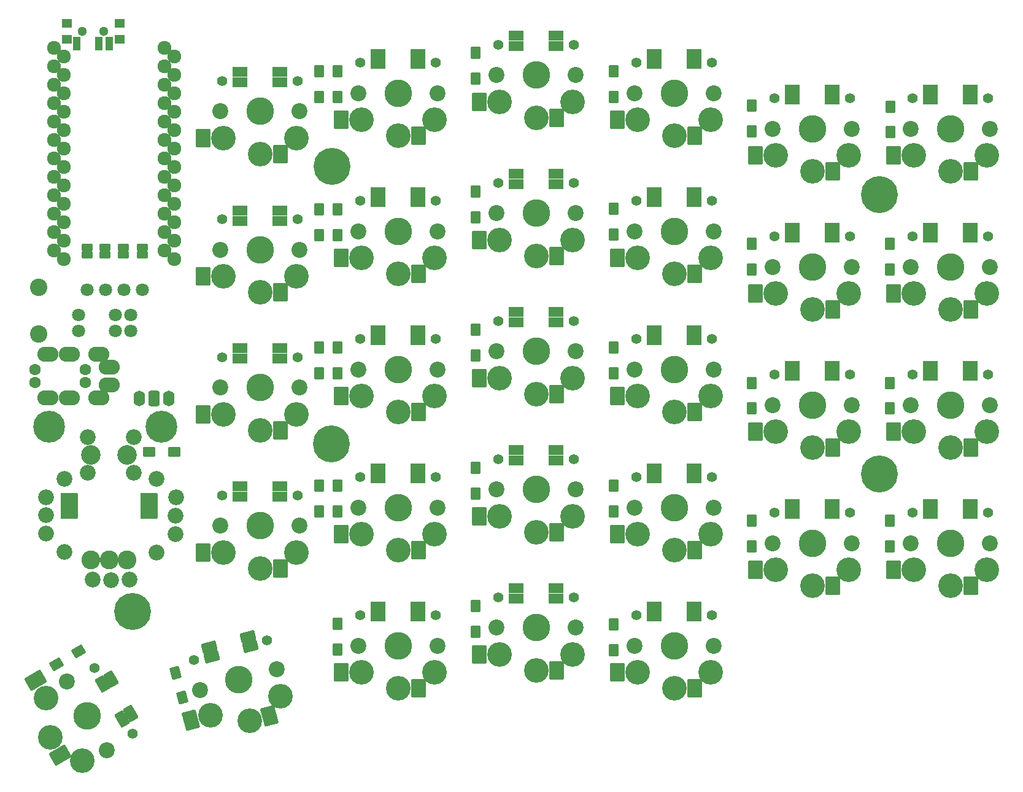
<source format=gbs>
G04 #@! TF.GenerationSoftware,KiCad,Pcbnew,8.0.6*
G04 #@! TF.CreationDate,2025-05-27T16:28:13+10:00*
G04 #@! TF.ProjectId,JofleKeyboard,4a6f666c-654b-4657-9962-6f6172642e6b,rev?*
G04 #@! TF.SameCoordinates,Original*
G04 #@! TF.FileFunction,Soldermask,Bot*
G04 #@! TF.FilePolarity,Negative*
%FSLAX46Y46*%
G04 Gerber Fmt 4.6, Leading zero omitted, Abs format (unit mm)*
G04 Created by KiCad (PCBNEW 8.0.6) date 2025-05-27 16:28:13*
%MOMM*%
%LPD*%
G01*
G04 APERTURE LIST*
G04 Aperture macros list*
%AMRoundRect*
0 Rectangle with rounded corners*
0 $1 Rounding radius*
0 $2 $3 $4 $5 $6 $7 $8 $9 X,Y pos of 4 corners*
0 Add a 4 corners polygon primitive as box body*
4,1,4,$2,$3,$4,$5,$6,$7,$8,$9,$2,$3,0*
0 Add four circle primitives for the rounded corners*
1,1,$1+$1,$2,$3*
1,1,$1+$1,$4,$5*
1,1,$1+$1,$6,$7*
1,1,$1+$1,$8,$9*
0 Add four rect primitives between the rounded corners*
20,1,$1+$1,$2,$3,$4,$5,0*
20,1,$1+$1,$4,$5,$6,$7,0*
20,1,$1+$1,$6,$7,$8,$9,0*
20,1,$1+$1,$8,$9,$2,$3,0*%
G04 Aperture macros list end*
%ADD10C,1.797000*%
%ADD11C,1.600000*%
%ADD12O,2.900000X2.100000*%
%ADD13C,5.100000*%
%ADD14C,1.924000*%
%ADD15C,2.400000*%
%ADD16RoundRect,0.200000X-0.475000X0.650000X-0.475000X-0.650000X0.475000X-0.650000X0.475000X0.650000X0*%
%ADD17RoundRect,0.200000X-0.650000X-0.475000X0.650000X-0.475000X0.650000X0.475000X-0.650000X0.475000X0*%
%ADD18RoundRect,0.200000X0.325417X0.736362X-0.800417X0.086362X-0.325417X-0.736362X0.800417X-0.086362X0*%
%ADD19C,2.200000*%
%ADD20C,1.400000*%
%ADD21C,3.400000*%
%ADD22C,3.800000*%
%ADD23RoundRect,0.200000X0.850000X0.500000X-0.850000X0.500000X-0.850000X-0.500000X0.850000X-0.500000X0*%
%ADD24RoundRect,0.200000X0.800000X1.100000X-0.800000X1.100000X-0.800000X-1.100000X0.800000X-1.100000X0*%
%ADD25RoundRect,0.200000X0.858013X-0.486122X0.008013X0.986122X-0.858013X0.486122X-0.008013X-0.986122X0*%
%ADD26RoundRect,0.200000X1.352628X-0.142820X0.552628X1.242820X-1.352628X0.142820X-0.552628X-1.242820X0*%
%ADD27C,4.400000*%
%ADD28RoundRect,0.200000X0.691627X0.702959X-0.950446X0.262967X-0.691627X-0.702959X0.950446X-0.262967X0*%
%ADD29RoundRect,0.200000X0.488040X1.269574X-1.057442X0.855463X-0.488040X-1.269574X1.057442X-0.855463X0*%
%ADD30RoundRect,0.200000X-0.627047X0.504913X-0.290582X-0.750791X0.627047X-0.504913X0.290582X0.750791X0*%
%ADD31C,1.300000*%
%ADD32C,2.600000*%
%ADD33RoundRect,0.200000X1.000000X-1.600000X1.000000X1.600000X-1.000000X1.600000X-1.000000X-1.600000X0*%
%ADD34C,2.700000*%
%ADD35C,2.178000*%
%ADD36RoundRect,0.333333X0.466667X0.741667X-0.466667X0.741667X-0.466667X-0.741667X0.466667X-0.741667X0*%
%ADD37O,1.600000X2.150000*%
%ADD38RoundRect,0.200000X0.571500X-0.317500X0.571500X0.317500X-0.571500X0.317500X-0.571500X-0.317500X0*%
%ADD39RoundRect,0.200000X-0.500000X-0.400000X0.500000X-0.400000X0.500000X0.400000X-0.500000X0.400000X0*%
%ADD40RoundRect,0.200000X-0.350000X-0.750000X0.350000X-0.750000X0.350000X0.750000X-0.350000X0.750000X0*%
G04 APERTURE END LIST*
D10*
X95499272Y-80311965D03*
X100579272Y-80311965D03*
X95499272Y-78061965D03*
X100579272Y-78061965D03*
D11*
X89500000Y-87400000D03*
X96500000Y-87400000D03*
X89500000Y-85650000D03*
X96500000Y-85650000D03*
D12*
X98300000Y-89500000D03*
X98300000Y-83550000D03*
X94300000Y-89500000D03*
X94300000Y-83550000D03*
X91300000Y-89500000D03*
X91300000Y-83550000D03*
X99800000Y-87750000D03*
X99800000Y-85300000D03*
D10*
X102700000Y-80300000D03*
X102700000Y-78100000D03*
D13*
X103000000Y-119000000D03*
D14*
X92180000Y-41230000D03*
X108718815Y-42425745D03*
X92180000Y-43770000D03*
X108718815Y-44965745D03*
X92180000Y-46310000D03*
X108718815Y-47505745D03*
X92180000Y-48850000D03*
X108718815Y-50045745D03*
X92180000Y-51390000D03*
X108718815Y-52585745D03*
X92180000Y-53930000D03*
X108718815Y-55125745D03*
X92180000Y-56470000D03*
X108718815Y-57665745D03*
X92180000Y-59010000D03*
X108718815Y-60205745D03*
X92180000Y-61550000D03*
X108718815Y-62745745D03*
X92180000Y-64090000D03*
X108718815Y-65285745D03*
X92180000Y-66630000D03*
X108718815Y-67825745D03*
X92180000Y-69170000D03*
X108718815Y-70365745D03*
X93478815Y-70365745D03*
X107420000Y-69170000D03*
X93478815Y-67825745D03*
X107420000Y-66630000D03*
X93478815Y-65285745D03*
X107420000Y-64090000D03*
X93478815Y-62745745D03*
X107420000Y-61550000D03*
X93478815Y-60205745D03*
X107420000Y-59010000D03*
X93478815Y-57665745D03*
X107420000Y-56470000D03*
X93478815Y-55125745D03*
X107420000Y-53930000D03*
X93478815Y-52585745D03*
X107420000Y-51390000D03*
X93478815Y-50045745D03*
X107420000Y-48850000D03*
X93478815Y-47505745D03*
X107420000Y-46310000D03*
X93478815Y-44965745D03*
X107420000Y-43770000D03*
X93478815Y-42425745D03*
X107420000Y-41230000D03*
D15*
X90000000Y-74250000D03*
X90000000Y-80750000D03*
D16*
X128705000Y-44452000D03*
X128705000Y-48002000D03*
X131245000Y-44455000D03*
X131245000Y-48005000D03*
X150345000Y-41955000D03*
X150345000Y-45505000D03*
X169345000Y-44455000D03*
X169345000Y-48005000D03*
X188445000Y-49225000D03*
X188445000Y-52775000D03*
X207545000Y-49355000D03*
X207545000Y-52905000D03*
X128705000Y-82555000D03*
X128705000Y-86105000D03*
X128705000Y-101655000D03*
X128705000Y-105205000D03*
D17*
X105225000Y-97000000D03*
X108775000Y-97000000D03*
D18*
X95544195Y-124463500D03*
X92469805Y-126238500D03*
D19*
X126050000Y-50000000D03*
D20*
X125770000Y-45800000D03*
D21*
X125550000Y-53700000D03*
X120550000Y-55900000D03*
D22*
X120550000Y-50000000D03*
D21*
X115550000Y-53700000D03*
D20*
X115330000Y-45800000D03*
D19*
X115050000Y-50000000D03*
D23*
X117800000Y-44601000D03*
X117800000Y-46001000D03*
X123300000Y-46001000D03*
X123300000Y-44601000D03*
D24*
X123350000Y-55900000D03*
X112750000Y-53700000D03*
D19*
X164150000Y-45000000D03*
D20*
X163870000Y-40800000D03*
D21*
X163650000Y-48700000D03*
X158650000Y-50900000D03*
D22*
X158650000Y-45000000D03*
D21*
X153650000Y-48700000D03*
D20*
X153430000Y-40800000D03*
D19*
X153150000Y-45000000D03*
D23*
X155900000Y-39601000D03*
X155900000Y-41001000D03*
X161400000Y-41001000D03*
X161400000Y-39601000D03*
D24*
X161450000Y-50900000D03*
X150850000Y-48700000D03*
D19*
X126050000Y-88100000D03*
D20*
X125770000Y-83900000D03*
D21*
X125550000Y-91800000D03*
X120550000Y-94000000D03*
D22*
X120550000Y-88100000D03*
D21*
X115550000Y-91800000D03*
D20*
X115330000Y-83900000D03*
D19*
X115050000Y-88100000D03*
D23*
X117800000Y-82701000D03*
X117800000Y-84101000D03*
X123300000Y-84101000D03*
X123300000Y-82701000D03*
D24*
X123350000Y-94000000D03*
X112750000Y-91800000D03*
D19*
X145100000Y-85600000D03*
D20*
X144820000Y-81400000D03*
D21*
X144600000Y-89300000D03*
X139600000Y-91500000D03*
D22*
X139600000Y-85600000D03*
D21*
X134600000Y-89300000D03*
D20*
X134380000Y-81400000D03*
D19*
X134100000Y-85600000D03*
D23*
X136850000Y-80201000D03*
X136850000Y-81601000D03*
X142350000Y-81601000D03*
X142350000Y-80201000D03*
D24*
X142400000Y-91500000D03*
X131800000Y-89300000D03*
D19*
X126050000Y-107150000D03*
D20*
X125770000Y-102950000D03*
D21*
X125550000Y-110850000D03*
X120550000Y-113050000D03*
D22*
X120550000Y-107150000D03*
D21*
X115550000Y-110850000D03*
D20*
X115330000Y-102950000D03*
D19*
X115050000Y-107150000D03*
D23*
X117800000Y-101751000D03*
X117800000Y-103151000D03*
X123300000Y-103151000D03*
X123300000Y-101751000D03*
D24*
X123350000Y-113050000D03*
X112750000Y-110850000D03*
D19*
X164150000Y-102150000D03*
D20*
X163870000Y-97950000D03*
D21*
X163650000Y-105850000D03*
X158650000Y-108050000D03*
D22*
X158650000Y-102150000D03*
D21*
X153650000Y-105850000D03*
D20*
X153430000Y-97950000D03*
D19*
X153150000Y-102150000D03*
D23*
X155900000Y-96751000D03*
X155900000Y-98151000D03*
X161400000Y-98151000D03*
X161400000Y-96751000D03*
D24*
X161450000Y-108050000D03*
X150850000Y-105850000D03*
D19*
X202250000Y-109550000D03*
D20*
X201970000Y-105350000D03*
D21*
X201750000Y-113250000D03*
X196750000Y-115450000D03*
D22*
X196750000Y-109550000D03*
D21*
X191750000Y-113250000D03*
D20*
X191530000Y-105350000D03*
D19*
X191250000Y-109550000D03*
D23*
X194000000Y-104151000D03*
X194000000Y-105551000D03*
X199500000Y-105551000D03*
X199500000Y-104151000D03*
D24*
X199550000Y-115450000D03*
X188950000Y-113250000D03*
D19*
X99460000Y-138163140D03*
D20*
X102957307Y-135820653D03*
D21*
X96005706Y-139580127D03*
X91600450Y-136350000D03*
D22*
X96710000Y-133400000D03*
D21*
X91005706Y-130919873D03*
D20*
X97737307Y-126779347D03*
D19*
X93960000Y-128636860D03*
D25*
X100010671Y-128318930D03*
X98798236Y-129018930D03*
X101548236Y-133782070D03*
X102760671Y-133082070D03*
D26*
X93000450Y-138774871D03*
X89605706Y-128495002D03*
D27*
X91500000Y-93500000D03*
D10*
X96700000Y-74600000D03*
X99240000Y-74600000D03*
X101780000Y-74600000D03*
X104320000Y-74600000D03*
D27*
X107000000Y-93500000D03*
D19*
X122912592Y-126976495D03*
D20*
X121555093Y-122992076D03*
D21*
X123387260Y-130679830D03*
X119127032Y-134098962D03*
D22*
X117600000Y-128400000D03*
D21*
X113728001Y-133268021D03*
D20*
X111470827Y-125694147D03*
D19*
X112287408Y-129823505D03*
D28*
X113546340Y-123896719D03*
X113908687Y-125249015D03*
X119221279Y-123825510D03*
X118858932Y-122473214D03*
D29*
X121831625Y-133374269D03*
X111023409Y-133992714D03*
D19*
X221300000Y-71450000D03*
D20*
X221020000Y-67250000D03*
D21*
X220800000Y-75150000D03*
X215800000Y-77350000D03*
D22*
X215800000Y-71450000D03*
D21*
X210800000Y-75150000D03*
D20*
X210580000Y-67250000D03*
D19*
X210300000Y-71450000D03*
D23*
X213050000Y-66051000D03*
X213050000Y-67451000D03*
X218550000Y-67451000D03*
X218550000Y-66051000D03*
D24*
X218600000Y-77350000D03*
X208000000Y-75150000D03*
D19*
X221300000Y-90500000D03*
D20*
X221020000Y-86300000D03*
D21*
X220800000Y-94200000D03*
X215800000Y-96400000D03*
D22*
X215800000Y-90500000D03*
D21*
X210800000Y-94200000D03*
D20*
X210580000Y-86300000D03*
D19*
X210300000Y-90500000D03*
D23*
X213050000Y-85101000D03*
X213050000Y-86501000D03*
X218550000Y-86501000D03*
X218550000Y-85101000D03*
D24*
X218600000Y-96400000D03*
X208000000Y-94200000D03*
D19*
X221300000Y-109550000D03*
D20*
X221020000Y-105350000D03*
D21*
X220800000Y-113250000D03*
X215800000Y-115450000D03*
D22*
X215800000Y-109550000D03*
D21*
X210800000Y-113250000D03*
D20*
X210580000Y-105350000D03*
D19*
X210300000Y-109550000D03*
D23*
X213050000Y-104151000D03*
X213050000Y-105551000D03*
X218550000Y-105551000D03*
X218550000Y-104151000D03*
D24*
X218600000Y-115450000D03*
X208000000Y-113250000D03*
D19*
X183200000Y-47500000D03*
D20*
X182920000Y-43300000D03*
D21*
X182700000Y-51200000D03*
X177700000Y-53400000D03*
D22*
X177700000Y-47500000D03*
D21*
X172700000Y-51200000D03*
D20*
X172480000Y-43300000D03*
D19*
X172200000Y-47500000D03*
D23*
X174950000Y-42101000D03*
X174950000Y-43501000D03*
X180450000Y-43501000D03*
X180450000Y-42101000D03*
D24*
X180500000Y-53400000D03*
X169900000Y-51200000D03*
D13*
X206000000Y-61500000D03*
D16*
X128705000Y-63555000D03*
X128705000Y-67105000D03*
X131245000Y-63555000D03*
X131245000Y-67105000D03*
X150345000Y-61045000D03*
X150345000Y-64595000D03*
X169345000Y-63455000D03*
X169345000Y-67005000D03*
X188445000Y-68255000D03*
X188445000Y-71805000D03*
X207445000Y-68255000D03*
X207445000Y-71805000D03*
D19*
X202250000Y-52400000D03*
D20*
X201970000Y-48200000D03*
D21*
X201750000Y-56100000D03*
X196750000Y-58300000D03*
D22*
X196750000Y-52400000D03*
D21*
X191750000Y-56100000D03*
D20*
X191530000Y-48200000D03*
D19*
X191250000Y-52400000D03*
D23*
X194000000Y-47001000D03*
X194000000Y-48401000D03*
X199500000Y-48401000D03*
X199500000Y-47001000D03*
D24*
X199550000Y-58300000D03*
X188950000Y-56100000D03*
D19*
X145100000Y-66550000D03*
D20*
X144820000Y-62350000D03*
D21*
X144600000Y-70250000D03*
X139600000Y-72450000D03*
D22*
X139600000Y-66550000D03*
D21*
X134600000Y-70250000D03*
D20*
X134380000Y-62350000D03*
D19*
X134100000Y-66550000D03*
D23*
X136850000Y-61151000D03*
X136850000Y-62551000D03*
X142350000Y-62551000D03*
X142350000Y-61151000D03*
D24*
X142400000Y-72450000D03*
X131800000Y-70250000D03*
D19*
X183200000Y-66550000D03*
D20*
X182920000Y-62350000D03*
D21*
X182700000Y-70250000D03*
X177700000Y-72450000D03*
D22*
X177700000Y-66550000D03*
D21*
X172700000Y-70250000D03*
D20*
X172480000Y-62350000D03*
D19*
X172200000Y-66550000D03*
D23*
X174950000Y-61151000D03*
X174950000Y-62551000D03*
X180450000Y-62551000D03*
X180450000Y-61151000D03*
D24*
X180500000Y-72450000D03*
X169900000Y-70250000D03*
D19*
X164150000Y-64050000D03*
D20*
X163870000Y-59850000D03*
D21*
X163650000Y-67750000D03*
X158650000Y-69950000D03*
D22*
X158650000Y-64050000D03*
D21*
X153650000Y-67750000D03*
D20*
X153430000Y-59850000D03*
D19*
X153150000Y-64050000D03*
D23*
X155900000Y-58651000D03*
X155900000Y-60051000D03*
X161400000Y-60051000D03*
X161400000Y-58651000D03*
D24*
X161450000Y-69950000D03*
X150850000Y-67750000D03*
D19*
X183200000Y-85600000D03*
D20*
X182920000Y-81400000D03*
D21*
X182700000Y-89300000D03*
X177700000Y-91500000D03*
D22*
X177700000Y-85600000D03*
D21*
X172700000Y-89300000D03*
D20*
X172480000Y-81400000D03*
D19*
X172200000Y-85600000D03*
D23*
X174950000Y-80201000D03*
X174950000Y-81601000D03*
X180450000Y-81601000D03*
X180450000Y-80201000D03*
D24*
X180500000Y-91500000D03*
X169900000Y-89300000D03*
D19*
X221300000Y-52400000D03*
D20*
X221020000Y-48200000D03*
D21*
X220800000Y-56100000D03*
X215800000Y-58300000D03*
D22*
X215800000Y-52400000D03*
D21*
X210800000Y-56100000D03*
D20*
X210580000Y-48200000D03*
D19*
X210300000Y-52400000D03*
D23*
X213050000Y-47001000D03*
X213050000Y-48401000D03*
X218550000Y-48401000D03*
X218550000Y-47001000D03*
D24*
X218600000Y-58300000D03*
X208000000Y-56100000D03*
D19*
X126050000Y-69100000D03*
D20*
X125770000Y-64900000D03*
D21*
X125550000Y-72800000D03*
X120550000Y-75000000D03*
D22*
X120550000Y-69100000D03*
D21*
X115550000Y-72800000D03*
D20*
X115330000Y-64900000D03*
D19*
X115050000Y-69100000D03*
D23*
X117800000Y-63701000D03*
X117800000Y-65101000D03*
X123300000Y-65101000D03*
X123300000Y-63701000D03*
D24*
X123350000Y-75000000D03*
X112750000Y-72800000D03*
D19*
X183200000Y-123700000D03*
D20*
X182920000Y-119500000D03*
D21*
X182700000Y-127400000D03*
X177700000Y-129600000D03*
D22*
X177700000Y-123700000D03*
D21*
X172700000Y-127400000D03*
D20*
X172480000Y-119500000D03*
D19*
X172200000Y-123700000D03*
D23*
X174950000Y-118301000D03*
X174950000Y-119701000D03*
X180450000Y-119701000D03*
X180450000Y-118301000D03*
D24*
X180500000Y-129600000D03*
X169900000Y-127400000D03*
D19*
X202250000Y-71450000D03*
D20*
X201970000Y-67250000D03*
D21*
X201750000Y-75150000D03*
X196750000Y-77350000D03*
D22*
X196750000Y-71450000D03*
D21*
X191750000Y-75150000D03*
D20*
X191530000Y-67250000D03*
D19*
X191250000Y-71450000D03*
D23*
X194000000Y-66051000D03*
X194000000Y-67451000D03*
X199500000Y-67451000D03*
X199500000Y-66051000D03*
D24*
X199550000Y-77350000D03*
X188950000Y-75150000D03*
D19*
X183200000Y-104650000D03*
D20*
X182920000Y-100450000D03*
D21*
X182700000Y-108350000D03*
X177700000Y-110550000D03*
D22*
X177700000Y-104650000D03*
D21*
X172700000Y-108350000D03*
D20*
X172480000Y-100450000D03*
D19*
X172200000Y-104650000D03*
D23*
X174950000Y-99251000D03*
X174950000Y-100651000D03*
X180450000Y-100651000D03*
X180450000Y-99251000D03*
D24*
X180500000Y-110550000D03*
X169900000Y-108350000D03*
D19*
X202250000Y-90500000D03*
D20*
X201970000Y-86300000D03*
D21*
X201750000Y-94200000D03*
X196750000Y-96400000D03*
D22*
X196750000Y-90500000D03*
D21*
X191750000Y-94200000D03*
D20*
X191530000Y-86300000D03*
D19*
X191250000Y-90500000D03*
D23*
X194000000Y-85101000D03*
X194000000Y-86501000D03*
X199500000Y-86501000D03*
X199500000Y-85101000D03*
D24*
X199550000Y-96400000D03*
X188950000Y-94200000D03*
D19*
X164150000Y-121200000D03*
D20*
X163870000Y-117000000D03*
D21*
X163650000Y-124900000D03*
X158650000Y-127100000D03*
D22*
X158650000Y-121200000D03*
D21*
X153650000Y-124900000D03*
D20*
X153430000Y-117000000D03*
D19*
X153150000Y-121200000D03*
D23*
X155900000Y-115801000D03*
X155900000Y-117201000D03*
X161400000Y-117201000D03*
X161400000Y-115801000D03*
D24*
X161450000Y-127100000D03*
X150850000Y-124900000D03*
D19*
X164150000Y-83100000D03*
D20*
X163870000Y-78900000D03*
D21*
X163650000Y-86800000D03*
X158650000Y-89000000D03*
D22*
X158650000Y-83100000D03*
D21*
X153650000Y-86800000D03*
D20*
X153430000Y-78900000D03*
D19*
X153150000Y-83100000D03*
D23*
X155900000Y-77701000D03*
X155900000Y-79101000D03*
X161400000Y-79101000D03*
X161400000Y-77701000D03*
D24*
X161450000Y-89000000D03*
X150850000Y-86800000D03*
D19*
X145100000Y-47500000D03*
D20*
X144820000Y-43300000D03*
D21*
X144600000Y-51200000D03*
X139600000Y-53400000D03*
D22*
X139600000Y-47500000D03*
D21*
X134600000Y-51200000D03*
D20*
X134380000Y-43300000D03*
D19*
X134100000Y-47500000D03*
D23*
X136850000Y-42101000D03*
X136850000Y-43501000D03*
X142350000Y-43501000D03*
X142350000Y-42101000D03*
D24*
X142400000Y-53400000D03*
X131800000Y-51200000D03*
D30*
X108914596Y-127446482D03*
X109833404Y-130875518D03*
D19*
X145100000Y-104650000D03*
D20*
X144820000Y-100450000D03*
D21*
X144600000Y-108350000D03*
X139600000Y-110550000D03*
D22*
X139600000Y-104650000D03*
D21*
X134600000Y-108350000D03*
D20*
X134380000Y-100450000D03*
D19*
X134100000Y-104650000D03*
D23*
X136850000Y-99251000D03*
X136850000Y-100651000D03*
X142350000Y-100651000D03*
X142350000Y-99251000D03*
D24*
X142400000Y-110550000D03*
X131800000Y-108350000D03*
D13*
X206000000Y-100000000D03*
D16*
X150345000Y-80145000D03*
X150345000Y-83695000D03*
X169345000Y-82555000D03*
X169345000Y-86105000D03*
X188445000Y-87455000D03*
X188445000Y-91005000D03*
X207445000Y-87455000D03*
X207445000Y-91005000D03*
X131245000Y-120655000D03*
X131245000Y-124205000D03*
X150345000Y-118245000D03*
X150345000Y-121795000D03*
X207495000Y-106455000D03*
X207495000Y-110005000D03*
X131245000Y-101655000D03*
X131245000Y-105205000D03*
X150345000Y-99145000D03*
X150345000Y-102695000D03*
X169345000Y-101655000D03*
X169345000Y-105205000D03*
X188445000Y-106455000D03*
X188445000Y-110005000D03*
X131245000Y-82555000D03*
X131245000Y-86105000D03*
X169345000Y-120755000D03*
X169345000Y-124305000D03*
D19*
X145100000Y-123700000D03*
D20*
X144820000Y-119500000D03*
D21*
X144600000Y-127400000D03*
X139600000Y-129600000D03*
D22*
X139600000Y-123700000D03*
D21*
X134600000Y-127400000D03*
D20*
X134380000Y-119500000D03*
D19*
X134100000Y-123700000D03*
D23*
X136850000Y-118301000D03*
X136850000Y-119701000D03*
X142350000Y-119701000D03*
X142350000Y-118301000D03*
D24*
X142400000Y-129600000D03*
X131800000Y-127400000D03*
D13*
X130527120Y-57573640D03*
X130375120Y-95852640D03*
D31*
X99039120Y-38947640D03*
X96039120Y-38947640D03*
D32*
X97239120Y-111902640D03*
X102239120Y-111902640D03*
X99739120Y-111902640D03*
D33*
X94241070Y-104402640D03*
X105237170Y-104402640D03*
D34*
X102239120Y-97402640D03*
X97239120Y-97402640D03*
D35*
X96790120Y-94929840D03*
X103140120Y-94949640D03*
X96790120Y-99869840D03*
X103150120Y-99889840D03*
X97440120Y-114619840D03*
X99980120Y-114639840D03*
X102520120Y-114619840D03*
X93615120Y-100679840D03*
X93615120Y-110809840D03*
X106315120Y-110824640D03*
X106315120Y-100664640D03*
X91075120Y-103204640D03*
X108954120Y-103277440D03*
X91060120Y-105729840D03*
X108939120Y-105802640D03*
X91060120Y-108269840D03*
X108939120Y-108342640D03*
D36*
X105939120Y-89602640D03*
D37*
X107939120Y-89602640D03*
X103939120Y-89602640D03*
D38*
X101700000Y-69800380D03*
X101700000Y-68799620D03*
X99200000Y-69800380D03*
X99200000Y-68799620D03*
X96700000Y-69800380D03*
X96700000Y-68799620D03*
X104300000Y-69800380D03*
X104300000Y-68799620D03*
D39*
X93889120Y-37847640D03*
X93889120Y-40057640D03*
D31*
X96039120Y-38947640D03*
X99039120Y-38947640D03*
D39*
X101189120Y-37847640D03*
X101189120Y-40057640D03*
D40*
X99789120Y-40707640D03*
X98289120Y-40707640D03*
X95289120Y-40707640D03*
M02*

</source>
